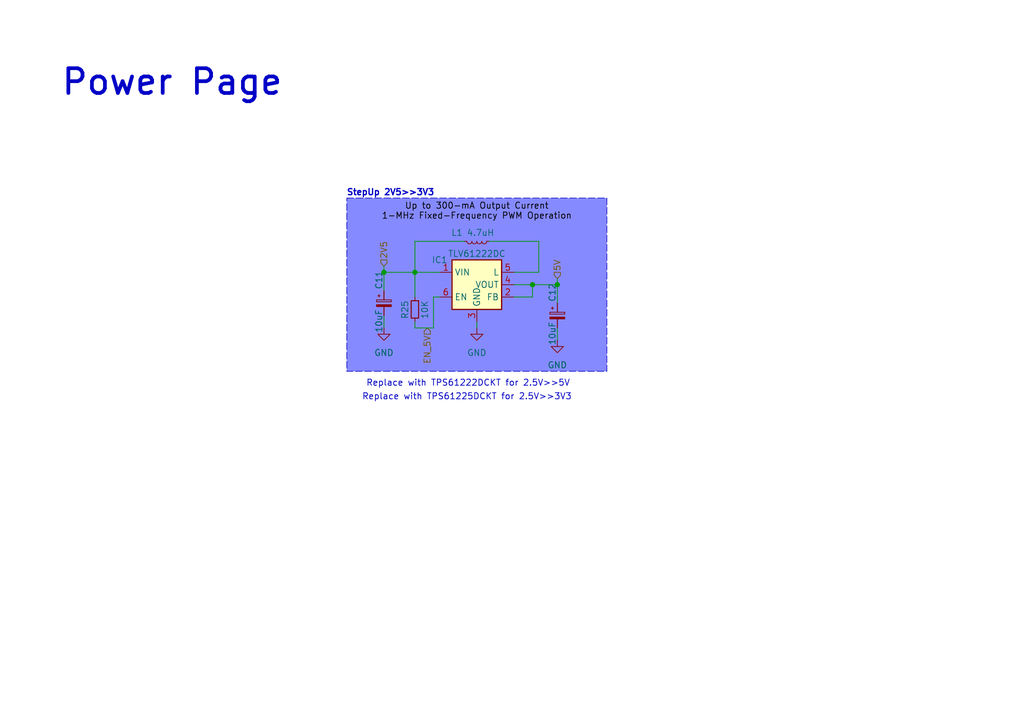
<source format=kicad_sch>
(kicad_sch (version 20231120) (generator "eeschema") (generator_version "8.0")
  (paper "A5")
  (title_block (title "${project_name} ${project_version}") (date "2024-12-02") (rev "${project_version}") (company "${project_creator}") (comment 1 "${project_license}"))
  (lib_symbols
    (symbol "Device:C_Polarized_Small" (pin_numbers hide) (pin_names (offset 0.254) hide)
      (property "Reference" "C" (at 0.254 1.778 0))
      (property "Value" "C_Polarized_Small" (at 0.254 -2.032 0))
      (symbol "C_Polarized_Small_0_1"
        (rectangle (start -1.524 -0.3048) (end 1.524 -0.6858) (fill (type outline)))
        (rectangle (start -1.524 0.6858) (end 1.524 0.3048))
        (polyline (pts (xy -1.27 1.524) (xy -0.762 1.524)))
        (polyline (pts (xy -1.016 1.27) (xy -1.016 1.778)))
      )
      (symbol "C_Polarized_Small_1_1"
        (pin passive line (at 0 2.54 270) (length 1.8542) (name "~") (number "1"))
        (pin passive line (at 0 -2.54 90) (length 1.8542) (name "~") (number "2"))
      )
    )
    (symbol "Device:L_Small" (pin_numbers hide) (pin_names (offset 0.254) hide)
      (property "Reference" "L" (at 0.762 1.016 0))
      (property "Value" "L_Small" (at 0.762 -1.016 0))
      (symbol "L_Small_0_1"
        (arc (start 0 -2.032) (mid 0.5058 -1.524) (end 0 -1.016))
        (arc (start 0 -1.016) (mid 0.5058 -0.508) (end 0 0))
        (arc (start 0 0) (mid 0.5058 0.508) (end 0 1.016))
        (arc (start 0 1.016) (mid 0.5058 1.524) (end 0 2.032))
      )
      (symbol "L_Small_1_1"
        (pin passive line (at 0 2.54 270) (length 0.508) (name "~") (number "1"))
        (pin passive line (at 0 -2.54 90) (length 0.508) (name "~") (number "2"))
      )
    )
    (symbol "Device:R_Small" (pin_numbers hide) (pin_names (offset 0.254) hide)
      (property "Reference" "R" (at 0.762 0.508 0))
      (property "Value" "R_Small" (at 0.762 -1.016 0))
      (symbol "R_Small_0_1"
        (rectangle (start -0.762 1.778) (end 0.762 -1.778) (stroke (width 0.2032)))
      )
      (symbol "R_Small_1_1"
        (pin passive line (at 0 2.54 270) (length 0.762) (name "~") (number "1"))
        (pin passive line (at 0 -2.54 90) (length 0.762) (name "~") (number "2"))
      )
    )
    (symbol "GND_1" (power) (pin_numbers hide) (pin_names (offset 0) hide)
      (property "Value" "GND" (at 0 -3.81 0))
      (symbol "GND_1_0_1"
        (polyline (pts (xy 0 0) (xy 0 -1.27) (xy 1.27 -1.27) (xy 0 -2.54) (xy -1.27 -1.27) (xy 0 -1.27)))
      )
      (symbol "GND_1_1_1"
        (pin power_in line (at 0 0 270) (length 0) (name "~") (number "1"))
      )
    )
    (symbol "Regulator_Switching:TLV61225DC"
      (property "Reference" "U" (at -5.08 6.35 0))
      (property "Value" "TLV61225DC" (at 0 6.35 0))
      (symbol "TLV61225DC_0_1"
        (rectangle (start -5.08 5.08) (end 5.08 -5.08) (stroke (width 0.254)) (fill (type background)))
      )
      (symbol "TLV61225DC_1_1"
        (pin power_in line (at -7.62 2.54 0) (length 2.54) (name "VIN") (number "1"))
        (pin input line (at 7.62 -2.54 180) (length 2.54) (name "FB") (number "2"))
        (pin power_in line (at 0 -7.62 90) (length 2.54) (name "GND") (number "3"))
        (pin power_out line (at 7.62 0 180) (length 2.54) (name "VOUT") (number "4"))
        (pin input line (at 7.62 2.54 180) (length 2.54) (name "L") (number "5"))
        (pin input line (at -7.62 -2.54 0) (length 2.54) (name "EN") (number "6"))
      )
    )
  )
  (junction (at 78.74 55.88))
  (junction (at 114.3 58.42))
  (junction (at 109.22 58.42))
  (junction (at 85.09 55.88))
  (wire (pts (xy 109.22 60.96) (xy 109.22 58.42)))
  (wire (pts (xy 97.79 66.04) (xy 97.79 67.31)))
  (wire (pts (xy 85.09 55.88) (xy 85.09 60.96)))
  (wire (pts (xy 109.22 58.42) (xy 114.3 58.42)))
  (wire (pts (xy 78.74 55.88) (xy 78.74 59.69)))
  (wire (pts (xy 78.74 54.61) (xy 78.74 55.88)))
  (wire (pts (xy 105.41 58.42) (xy 109.22 58.42)))
  (wire (pts (xy 114.3 58.42) (xy 114.3 62.23)))
  (wire (pts (xy 105.41 60.96) (xy 109.22 60.96)))
  (wire (pts (xy 88.9 60.96) (xy 90.17 60.96)))
  (wire (pts (xy 85.09 55.88) (xy 90.17 55.88)))
  (wire (pts (xy 78.74 55.88) (xy 85.09 55.88)))
  (wire (pts (xy 85.09 67.31) (xy 88.9 67.31)))
  (wire (pts (xy 114.3 57.15) (xy 114.3 58.42)))
  (wire (pts (xy 78.74 64.77) (xy 78.74 67.31)))
  (wire (pts (xy 85.09 49.53) (xy 85.09 55.88)))
  (wire (pts (xy 110.49 55.88) (xy 105.41 55.88)))
  (wire (pts (xy 85.09 66.04) (xy 85.09 67.31)))
  (wire (pts (xy 114.3 69.85) (xy 114.3 67.31)))
  (wire (pts (xy 95.25 49.53) (xy 85.09 49.53)))
  (wire (pts (xy 88.9 67.31) (xy 88.9 60.96)))
  (wire (pts (xy 100.33 49.53) (xy 110.49 49.53)))
  (wire (pts (xy 110.49 49.53) (xy 110.49 55.88)))
  (rectangle (start 71.12 40.64) (end 124.46 76.2) (stroke (width 0.127) (type dash)) (fill (type color) (color 0 12 255 0.48)))
  (text "Up to 300-mA Output Current\n1-MHz Fixed-Frequency PWM Operation" (at 97.79 43.434 0) (effects (font (size 1.27 1.27))))
  (text "Power Page" (at 35.306 17.018 0) (effects (font (size 5.08 5.08) (thickness 0.762) (bold yes))))
  (text "StepUp 2V5>>3V3" (at 89.154 40.386 0) (effects (font (size 1.27 1.27) (bold yes)) (justify right bottom)))
  (text "Replace with TPS61225DCKT for 2.5V>>3V3" (at 95.758 81.534 0) (effects (font (size 1.27 1.27))))
  (text "Replace with TPS61222DCKT for 2.5V>>5V" (at 96.012 78.74 0) (effects (font (size 1.27 1.27))))
  (hierarchical_label "EN_5V" (shape input) (at 87.63 67.31 270))
  (hierarchical_label "2V5" (shape input) (at 78.74 54.61 90))
  (hierarchical_label "5V" (shape input) (at 114.3 57.15 90))
  (symbol (lib_id "Device:R_Small") (at 85.09 63.5 0) (unit 1)
    (property "Reference" "R25" (at 83.058 65.532 90) (effects (justify left)))
    (property "Value" "10K" (at 87.122 65.532 90) (effects (justify left)))
    (property "Footprint" "Resistor_SMD:R_0402_1005Metric" (effects (hide yes)))
    (property "Description" "Resistor, small symbol" (effects (hide yes)))
    (property "MPN" " RC0603FR-071K1L" (effects (hide yes)))
    (property "Mouser" "603-RC0603FR-071K1L" (effects (hide yes)))
  )
  (symbol (lib_name "GND_1") (lib_id "power:GND") (at 97.79 67.31 0) (unit 1)
    (property "Reference" "#PWR026" (effects (hide yes)))
    (property "Value" "GND" (at 97.79 72.39 0))
    (property "Description" "Power symbol creates a global label with name \"GND\" , ground" (effects (hide yes)))
  )
  (symbol (lib_id "Regulator_Switching:TLV61225DC") (at 97.79 58.42 0) (unit 1)
    (property "Reference" "IC1" (at 90.17 53.34 0))
    (property "Value" "TLV61222DC" (at 97.79 52.07 0))
    (property "Footprint" "Package_TO_SOT_SMD:SOT-363_SC-70-6" (effects (hide yes)))
    (property "Datasheet" "https://www.ti.com/lit/ds/symlink/tlv61225.pdf" (effects (hide yes)))
    (property "Description" "Fixed 3.3V Output Voltage Boost Converter with Power Diode and Isolation Switch, 5uA Quiescent Current, SOT-363" (effects (hide yes)))
  )
  (symbol (lib_id "Device:C_Polarized_Small") (at 78.74 62.23 0) (unit 1)
    (property "Reference" "C11" (at 77.724 59.436 90) (effects (justify left)))
    (property "Value" "10uF" (at 77.724 68.326 90) (effects (justify left)))
    (property "Footprint" "Capacitor_SMD:C_0603_1608Metric" (effects (hide yes)))
    (property "Datasheet" "TAJA106K016RNJ" (effects (hide yes)))
    (property "Description" "Polarized capacitor, small symbol" (effects (hide yes)))
  )
  (symbol (lib_name "GND_1") (lib_id "power:GND") (at 114.3 69.85 0) (unit 1)
    (property "Reference" "#PWR027" (effects (hide yes)))
    (property "Value" "GND" (at 114.3 74.93 0))
    (property "Description" "Power symbol creates a global label with name \"GND\" , ground" (effects (hide yes)))
  )
  (symbol (lib_id "Device:L_Small") (at 97.79 49.53 270) (unit 1)
    (property "Reference" "L1" (at 93.726 47.752 90))
    (property "Value" "4.7uH" (at 98.552 47.752 90))
    (property "Footprint" "Inductor_SMD:L_0603_1608Metric" (effects (hide yes)))
  )
  (symbol (lib_id "Device:C_Polarized_Small") (at 114.3 64.77 0) (unit 1)
    (property "Reference" "C12" (at 113.284 61.976 90) (effects (justify left)))
    (property "Value" "10uF" (at 113.284 70.866 90) (effects (justify left)))
    (property "Footprint" "Capacitor_SMD:C_0603_1608Metric" (effects (hide yes)))
    (property "Datasheet" "TAJA106K016RNJ" (effects (hide yes)))
    (property "Description" "Polarized capacitor, small symbol" (effects (hide yes)))
  )
  (symbol (lib_name "GND_1") (lib_id "power:GND") (at 78.74 67.31 0) (unit 1)
    (property "Reference" "#PWR025" (effects (hide yes)))
    (property "Value" "GND" (at 78.74 72.39 0))
    (property "Description" "Power symbol creates a global label with name \"GND\" , ground" (effects (hide yes)))
  )
)
</source>
